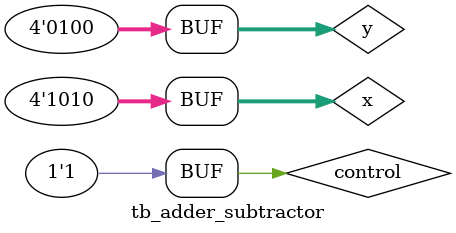
<source format=v>
`timescale 1ns / 1ps


module tb_adder_subtractor;

	// Inputs
	reg [3:0] x;
	reg [3:0] y;
	reg control;

	// Outputs
	wire [3:0] z;
	wire cout;

	// Instantiate the Unit Under Test (UUT)
	adder_subtractor uut (
		.x(x), 
		.y(y), 
		.control(control), 
		.z(z), 
		.cout(cout)
	);

	initial begin
		// Initialize Inputs
		x = 0;
		y = 0;
		control = 0;
#100;
x = 2;
y = 1;
control = 0;
#100;

x = 10;
y = 2;
control = 0;
#100;

x = 10;
y = 2;
control = 1;
#100;

x = 3;
y = 1;
control = 1;
#100;

x = 10;
y = 4;
control = 1;
#100;
	end
      
endmodule


</source>
